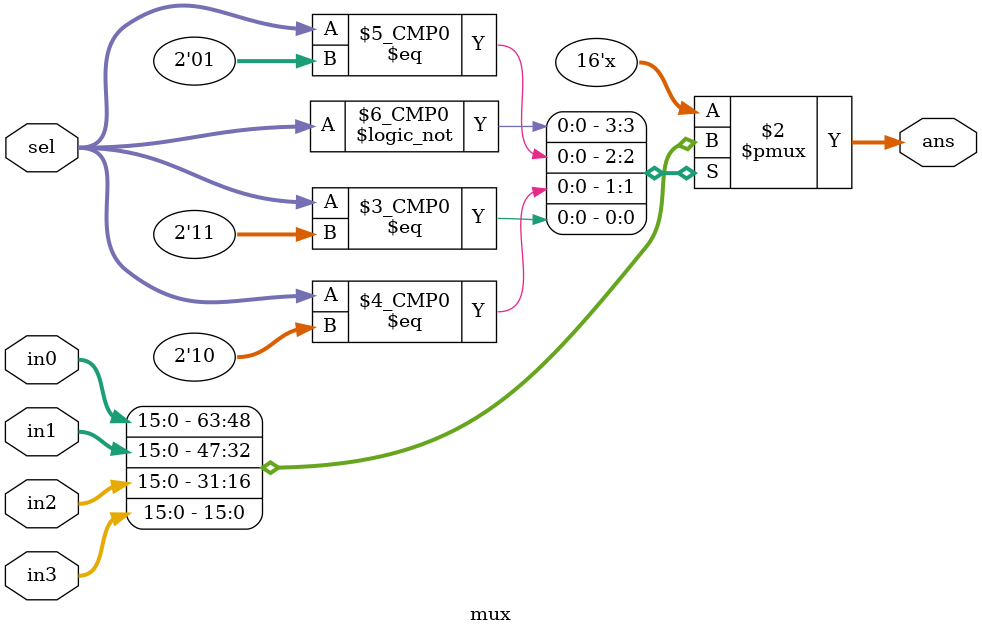
<source format=v>
module mux(input [15:0]in0  ,input [15:0]in1  ,input [15:0]in2  ,input [15:0]in3  ,input [1:0] sel, output reg [15:0]ans);

	always @(*) begin 
		 case(sel)
		 2'd0 : ans  = in0;
		 2'd1 : ans  = in1;
		 2'd2 : ans  = in2;
		 2'd3 : ans  = in3;
		 default : ans = 2'd0;
		endcase
	end

endmodule
</source>
